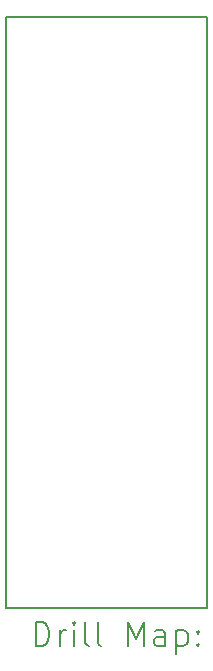
<source format=gbr>
%TF.GenerationSoftware,KiCad,Pcbnew,8.0.1*%
%TF.CreationDate,2024-10-17T14:11:02-05:00*%
%TF.ProjectId,sip-board,7369702d-626f-4617-9264-2e6b69636164,rev?*%
%TF.SameCoordinates,Original*%
%TF.FileFunction,Drillmap*%
%TF.FilePolarity,Positive*%
%FSLAX45Y45*%
G04 Gerber Fmt 4.5, Leading zero omitted, Abs format (unit mm)*
G04 Created by KiCad (PCBNEW 8.0.1) date 2024-10-17 14:11:02*
%MOMM*%
%LPD*%
G01*
G04 APERTURE LIST*
%ADD10C,0.200000*%
G04 APERTURE END LIST*
D10*
X13700000Y-7862000D02*
X15400000Y-7862000D01*
X15400000Y-12862000D01*
X13700000Y-12862000D01*
X13700000Y-7862000D01*
X13950777Y-13183484D02*
X13950777Y-12983484D01*
X13950777Y-12983484D02*
X13998396Y-12983484D01*
X13998396Y-12983484D02*
X14026967Y-12993008D01*
X14026967Y-12993008D02*
X14046015Y-13012055D01*
X14046015Y-13012055D02*
X14055539Y-13031103D01*
X14055539Y-13031103D02*
X14065062Y-13069198D01*
X14065062Y-13069198D02*
X14065062Y-13097769D01*
X14065062Y-13097769D02*
X14055539Y-13135865D01*
X14055539Y-13135865D02*
X14046015Y-13154912D01*
X14046015Y-13154912D02*
X14026967Y-13173960D01*
X14026967Y-13173960D02*
X13998396Y-13183484D01*
X13998396Y-13183484D02*
X13950777Y-13183484D01*
X14150777Y-13183484D02*
X14150777Y-13050150D01*
X14150777Y-13088246D02*
X14160301Y-13069198D01*
X14160301Y-13069198D02*
X14169824Y-13059674D01*
X14169824Y-13059674D02*
X14188872Y-13050150D01*
X14188872Y-13050150D02*
X14207920Y-13050150D01*
X14274586Y-13183484D02*
X14274586Y-13050150D01*
X14274586Y-12983484D02*
X14265062Y-12993008D01*
X14265062Y-12993008D02*
X14274586Y-13002531D01*
X14274586Y-13002531D02*
X14284110Y-12993008D01*
X14284110Y-12993008D02*
X14274586Y-12983484D01*
X14274586Y-12983484D02*
X14274586Y-13002531D01*
X14398396Y-13183484D02*
X14379348Y-13173960D01*
X14379348Y-13173960D02*
X14369824Y-13154912D01*
X14369824Y-13154912D02*
X14369824Y-12983484D01*
X14503158Y-13183484D02*
X14484110Y-13173960D01*
X14484110Y-13173960D02*
X14474586Y-13154912D01*
X14474586Y-13154912D02*
X14474586Y-12983484D01*
X14731729Y-13183484D02*
X14731729Y-12983484D01*
X14731729Y-12983484D02*
X14798396Y-13126341D01*
X14798396Y-13126341D02*
X14865062Y-12983484D01*
X14865062Y-12983484D02*
X14865062Y-13183484D01*
X15046015Y-13183484D02*
X15046015Y-13078722D01*
X15046015Y-13078722D02*
X15036491Y-13059674D01*
X15036491Y-13059674D02*
X15017443Y-13050150D01*
X15017443Y-13050150D02*
X14979348Y-13050150D01*
X14979348Y-13050150D02*
X14960301Y-13059674D01*
X15046015Y-13173960D02*
X15026967Y-13183484D01*
X15026967Y-13183484D02*
X14979348Y-13183484D01*
X14979348Y-13183484D02*
X14960301Y-13173960D01*
X14960301Y-13173960D02*
X14950777Y-13154912D01*
X14950777Y-13154912D02*
X14950777Y-13135865D01*
X14950777Y-13135865D02*
X14960301Y-13116817D01*
X14960301Y-13116817D02*
X14979348Y-13107293D01*
X14979348Y-13107293D02*
X15026967Y-13107293D01*
X15026967Y-13107293D02*
X15046015Y-13097769D01*
X15141253Y-13050150D02*
X15141253Y-13250150D01*
X15141253Y-13059674D02*
X15160301Y-13050150D01*
X15160301Y-13050150D02*
X15198396Y-13050150D01*
X15198396Y-13050150D02*
X15217443Y-13059674D01*
X15217443Y-13059674D02*
X15226967Y-13069198D01*
X15226967Y-13069198D02*
X15236491Y-13088246D01*
X15236491Y-13088246D02*
X15236491Y-13145388D01*
X15236491Y-13145388D02*
X15226967Y-13164436D01*
X15226967Y-13164436D02*
X15217443Y-13173960D01*
X15217443Y-13173960D02*
X15198396Y-13183484D01*
X15198396Y-13183484D02*
X15160301Y-13183484D01*
X15160301Y-13183484D02*
X15141253Y-13173960D01*
X15322205Y-13164436D02*
X15331729Y-13173960D01*
X15331729Y-13173960D02*
X15322205Y-13183484D01*
X15322205Y-13183484D02*
X15312682Y-13173960D01*
X15312682Y-13173960D02*
X15322205Y-13164436D01*
X15322205Y-13164436D02*
X15322205Y-13183484D01*
X15322205Y-13059674D02*
X15331729Y-13069198D01*
X15331729Y-13069198D02*
X15322205Y-13078722D01*
X15322205Y-13078722D02*
X15312682Y-13069198D01*
X15312682Y-13069198D02*
X15322205Y-13059674D01*
X15322205Y-13059674D02*
X15322205Y-13078722D01*
M02*

</source>
